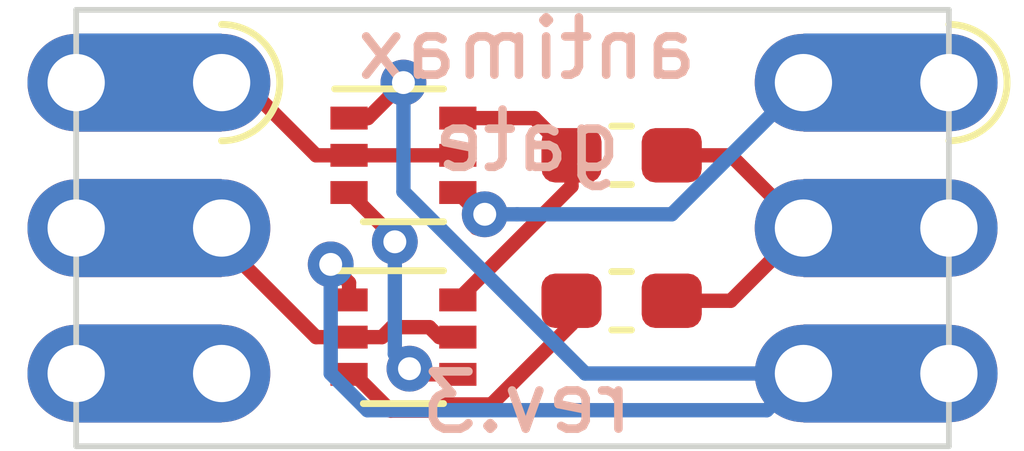
<source format=kicad_pcb>
(kicad_pcb (version 20171130) (host pcbnew 5.1.6)

  (general
    (thickness 1.6)
    (drawings 6)
    (tracks 57)
    (zones 0)
    (modules 6)
    (nets 10)
  )

  (page A4)
  (layers
    (0 F.Cu signal)
    (31 B.Cu signal)
    (32 B.Adhes user)
    (33 F.Adhes user)
    (34 B.Paste user)
    (35 F.Paste user)
    (36 B.SilkS user)
    (37 F.SilkS user)
    (38 B.Mask user)
    (39 F.Mask user)
    (40 Dwgs.User user)
    (41 Cmts.User user)
    (42 Eco1.User user)
    (43 Eco2.User user)
    (44 Edge.Cuts user)
    (45 Margin user)
    (46 B.CrtYd user)
    (47 F.CrtYd user)
    (48 B.Fab user)
    (49 F.Fab user hide)
  )

  (setup
    (last_trace_width 0.25)
    (user_trace_width 0.3)
    (trace_clearance 0.2)
    (zone_clearance 0.508)
    (zone_45_only no)
    (trace_min 0.2)
    (via_size 0.8)
    (via_drill 0.4)
    (via_min_size 0.4)
    (via_min_drill 0.3)
    (uvia_size 0.3)
    (uvia_drill 0.1)
    (uvias_allowed no)
    (uvia_min_size 0.2)
    (uvia_min_drill 0.1)
    (edge_width 0.05)
    (segment_width 0.2)
    (pcb_text_width 0.3)
    (pcb_text_size 1.5 1.5)
    (mod_edge_width 0.12)
    (mod_text_size 1 1)
    (mod_text_width 0.15)
    (pad_size 1.524 1.524)
    (pad_drill 0.762)
    (pad_to_mask_clearance 0.05)
    (aux_axis_origin 0 0)
    (visible_elements FFFFFF7F)
    (pcbplotparams
      (layerselection 0x010fc_ffffffff)
      (usegerberextensions false)
      (usegerberattributes true)
      (usegerberadvancedattributes true)
      (creategerberjobfile true)
      (excludeedgelayer true)
      (linewidth 0.100000)
      (plotframeref false)
      (viasonmask false)
      (mode 1)
      (useauxorigin false)
      (hpglpennumber 1)
      (hpglpenspeed 20)
      (hpglpendiameter 15.000000)
      (psnegative false)
      (psa4output false)
      (plotreference true)
      (plotvalue true)
      (plotinvisibletext false)
      (padsonsilk false)
      (subtractmaskfromsilk false)
      (outputformat 1)
      (mirror false)
      (drillshape 0)
      (scaleselection 1)
      (outputdirectory "../../../../pcbs/gates/anitmax/"))
  )

  (net 0 "")
  (net 1 Vss)
  (net 2 Out)
  (net 3 B)
  (net 4 Vdd)
  (net 5 A)
  (net 6 "Net-(Q1-Pad3)")
  (net 7 "Net-(J1-Pad3)")
  (net 8 "Net-(Q1-Pad6)")
  (net 9 "Net-(Q2-Pad3)")

  (net_class Default "This is the default net class."
    (clearance 0.2)
    (trace_width 0.25)
    (via_dia 0.8)
    (via_drill 0.4)
    (uvia_dia 0.3)
    (uvia_drill 0.1)
    (add_net A)
    (add_net B)
    (add_net "Net-(J1-Pad3)")
    (add_net "Net-(Q1-Pad3)")
    (add_net "Net-(Q1-Pad6)")
    (add_net "Net-(Q2-Pad3)")
    (add_net Out)
    (add_net Vdd)
    (add_net Vss)
  )

  (module Castellation:Hybrid_Castellation_1x03_P2.54 (layer F.Cu) (tedit 60A116C0) (tstamp 5FF69A86)
    (at 104.14 58.42)
    (descr "Edge Castellation, 1x03, 2.54mm pitch, single row")
    (tags "Castellation Edge 1x03 2.54mm single row")
    (path /5FE24834)
    (fp_text reference J1 (at 0 -2.54) (layer F.SilkS) hide
      (effects (font (size 1 1) (thickness 0.15)))
    )
    (fp_text value Conn_01x03 (at 0 7.85) (layer F.Fab)
      (effects (font (size 1 1) (thickness 0.15)))
    )
    (fp_line (start -2.54 6.35) (end 2.54 6.35) (layer F.Fab) (width 0.12))
    (fp_line (start -2.54 -1.27) (end 1.905 -1.27) (layer F.Fab) (width 0.12))
    (fp_line (start 1.905 -1.27) (end 2.54 -0.635) (layer F.Fab) (width 0.1))
    (fp_line (start -2.54 6.35) (end -2.54 -1.27) (layer F.Fab) (width 0.1))
    (fp_line (start 2.54 -0.635) (end 2.54 6.35) (layer F.Fab) (width 0.1))
    (fp_arc (start 1.27 0) (end 1.27 1.016) (angle -180) (layer F.SilkS) (width 0.12))
    (fp_text user %R (at 0 2.54 90) (layer F.Fab)
      (effects (font (size 1 1) (thickness 0.15)))
    )
    (pad 3 connect custom (at 0 5.08) (size 2.54 1.7145) (layers B.Cu B.Mask)
      (net 7 "Net-(J1-Pad3)") (zone_connect 0)
      (options (clearance outline) (anchor rect))
      (primitives
      ))
    (pad 2 connect custom (at 0 2.54) (size 2.54 1.7145) (layers B.Cu B.Mask)
      (net 3 B) (zone_connect 0)
      (options (clearance outline) (anchor rect))
      (primitives
      ))
    (pad 1 connect custom (at 0 0) (size 2.54 1.7145) (layers B.Cu B.Mask)
      (net 5 A) (zone_connect 0)
      (options (clearance outline) (anchor rect))
      (primitives
      ))
    (pad 3 connect custom (at 0 5.08) (size 2.54 1.7145) (layers F.Cu F.Mask)
      (net 7 "Net-(J1-Pad3)") (zone_connect 0)
      (options (clearance outline) (anchor rect))
      (primitives
      ))
    (pad 2 connect custom (at 0 2.54) (size 2.54 1.7145) (layers F.Cu F.Mask)
      (net 3 B) (zone_connect 0)
      (options (clearance outline) (anchor rect))
      (primitives
      ))
    (pad 1 connect custom (at 0 0) (size 2.54 1.7145) (layers F.Cu F.Mask)
      (net 5 A) (zone_connect 0)
      (options (clearance outline) (anchor rect))
      (primitives
      ))
    (pad 1 thru_hole oval (at 1.27 0) (size 1.7 1.7) (drill 1) (layers *.Cu *.Mask)
      (net 5 A))
    (pad 2 thru_hole oval (at 1.27 2.54) (size 1.7 1.7) (drill 1) (layers *.Cu *.Mask)
      (net 3 B))
    (pad 3 thru_hole oval (at 1.27 5.08) (size 1.7 1.7) (drill 1) (layers *.Cu *.Mask)
      (net 7 "Net-(J1-Pad3)"))
    (pad 3 thru_hole oval (at -1.27 5.08) (size 1.7 1.7) (drill 1) (layers *.Cu *.Mask)
      (net 7 "Net-(J1-Pad3)"))
    (pad 2 thru_hole oval (at -1.27 2.54) (size 1.7 1.7) (drill 1) (layers *.Cu *.Mask)
      (net 3 B))
    (pad 1 thru_hole oval (at -1.27 0) (size 1.7 1.7) (drill 1) (layers *.Cu *.Mask)
      (net 5 A))
  )

  (module Castellation:Hybrid_Castellation_1x03_P2.54 (layer F.Cu) (tedit 60A116C0) (tstamp 5FF69A94)
    (at 116.84 58.42)
    (descr "Edge Castellation, 1x03, 2.54mm pitch, single row")
    (tags "Castellation Edge 1x03 2.54mm single row")
    (path /5FE25C8C)
    (fp_text reference J2 (at 0 -2.54) (layer F.SilkS) hide
      (effects (font (size 1 1) (thickness 0.15)))
    )
    (fp_text value Conn_01x03 (at 0 7.85) (layer F.Fab)
      (effects (font (size 1 1) (thickness 0.15)))
    )
    (fp_line (start -2.54 6.35) (end 2.54 6.35) (layer F.Fab) (width 0.12))
    (fp_line (start -2.54 -1.27) (end 1.905 -1.27) (layer F.Fab) (width 0.12))
    (fp_line (start 1.905 -1.27) (end 2.54 -0.635) (layer F.Fab) (width 0.1))
    (fp_line (start -2.54 6.35) (end -2.54 -1.27) (layer F.Fab) (width 0.1))
    (fp_line (start 2.54 -0.635) (end 2.54 6.35) (layer F.Fab) (width 0.1))
    (fp_arc (start 1.27 0) (end 1.27 1.016) (angle -180) (layer F.SilkS) (width 0.12))
    (fp_text user %R (at 0 2.54 90) (layer F.Fab)
      (effects (font (size 1 1) (thickness 0.15)))
    )
    (pad 3 connect custom (at 0 5.08) (size 2.54 1.7145) (layers B.Cu B.Mask)
      (net 1 Vss) (zone_connect 0)
      (options (clearance outline) (anchor rect))
      (primitives
      ))
    (pad 2 connect custom (at 0 2.54) (size 2.54 1.7145) (layers B.Cu B.Mask)
      (net 2 Out) (zone_connect 0)
      (options (clearance outline) (anchor rect))
      (primitives
      ))
    (pad 1 connect custom (at 0 0) (size 2.54 1.7145) (layers B.Cu B.Mask)
      (net 4 Vdd) (zone_connect 0)
      (options (clearance outline) (anchor rect))
      (primitives
      ))
    (pad 3 connect custom (at 0 5.08) (size 2.54 1.7145) (layers F.Cu F.Mask)
      (net 1 Vss) (zone_connect 0)
      (options (clearance outline) (anchor rect))
      (primitives
      ))
    (pad 2 connect custom (at 0 2.54) (size 2.54 1.7145) (layers F.Cu F.Mask)
      (net 2 Out) (zone_connect 0)
      (options (clearance outline) (anchor rect))
      (primitives
      ))
    (pad 1 connect custom (at 0 0) (size 2.54 1.7145) (layers F.Cu F.Mask)
      (net 4 Vdd) (zone_connect 0)
      (options (clearance outline) (anchor rect))
      (primitives
      ))
    (pad 1 thru_hole oval (at 1.27 0) (size 1.7 1.7) (drill 1) (layers *.Cu *.Mask)
      (net 4 Vdd))
    (pad 2 thru_hole oval (at 1.27 2.54) (size 1.7 1.7) (drill 1) (layers *.Cu *.Mask)
      (net 2 Out))
    (pad 3 thru_hole oval (at 1.27 5.08) (size 1.7 1.7) (drill 1) (layers *.Cu *.Mask)
      (net 1 Vss))
    (pad 3 thru_hole oval (at -1.27 5.08) (size 1.7 1.7) (drill 1) (layers *.Cu *.Mask)
      (net 1 Vss))
    (pad 2 thru_hole oval (at -1.27 2.54) (size 1.7 1.7) (drill 1) (layers *.Cu *.Mask)
      (net 2 Out))
    (pad 1 thru_hole oval (at -1.27 0) (size 1.7 1.7) (drill 1) (layers *.Cu *.Mask)
      (net 4 Vdd))
  )

  (module Resistor_SMD:R_0603_1608Metric_Pad1.05x0.95mm_HandSolder (layer F.Cu) (tedit 5B301BBD) (tstamp 5FF69AE2)
    (at 112.395 59.69 180)
    (descr "Resistor SMD 0603 (1608 Metric), square (rectangular) end terminal, IPC_7351 nominal with elongated pad for handsoldering. (Body size source: http://www.tortai-tech.com/upload/download/2011102023233369053.pdf), generated with kicad-footprint-generator")
    (tags "resistor handsolder")
    (path /5FF7AE9E)
    (attr smd)
    (fp_text reference R2 (at 0 -1.43) (layer F.SilkS) hide
      (effects (font (size 1 1) (thickness 0.15)))
    )
    (fp_text value 12k (at 0 1.43) (layer F.Fab)
      (effects (font (size 1 1) (thickness 0.15)))
    )
    (fp_line (start 1.65 0.73) (end -1.65 0.73) (layer F.CrtYd) (width 0.05))
    (fp_line (start 1.65 -0.73) (end 1.65 0.73) (layer F.CrtYd) (width 0.05))
    (fp_line (start -1.65 -0.73) (end 1.65 -0.73) (layer F.CrtYd) (width 0.05))
    (fp_line (start -1.65 0.73) (end -1.65 -0.73) (layer F.CrtYd) (width 0.05))
    (fp_line (start -0.171267 0.51) (end 0.171267 0.51) (layer F.SilkS) (width 0.12))
    (fp_line (start -0.171267 -0.51) (end 0.171267 -0.51) (layer F.SilkS) (width 0.12))
    (fp_line (start 0.8 0.4) (end -0.8 0.4) (layer F.Fab) (width 0.1))
    (fp_line (start 0.8 -0.4) (end 0.8 0.4) (layer F.Fab) (width 0.1))
    (fp_line (start -0.8 -0.4) (end 0.8 -0.4) (layer F.Fab) (width 0.1))
    (fp_line (start -0.8 0.4) (end -0.8 -0.4) (layer F.Fab) (width 0.1))
    (fp_text user %R (at 0 0) (layer F.Fab)
      (effects (font (size 0.4 0.4) (thickness 0.06)))
    )
    (pad 1 smd roundrect (at -0.875 0 180) (size 1.05 0.95) (layers F.Cu F.Paste F.Mask) (roundrect_rratio 0.25)
      (net 2 Out))
    (pad 2 smd roundrect (at 0.875 0 180) (size 1.05 0.95) (layers F.Cu F.Paste F.Mask) (roundrect_rratio 0.25)
      (net 8 "Net-(Q1-Pad6)"))
    (model ${KISYS3DMOD}/Resistor_SMD.3dshapes/R_0603_1608Metric.wrl
      (at (xyz 0 0 0))
      (scale (xyz 1 1 1))
      (rotate (xyz 0 0 0))
    )
  )

  (module Resistor_SMD:R_0603_1608Metric_Pad1.05x0.95mm_HandSolder (layer F.Cu) (tedit 5B301BBD) (tstamp 5FF69AD1)
    (at 112.395 62.23)
    (descr "Resistor SMD 0603 (1608 Metric), square (rectangular) end terminal, IPC_7351 nominal with elongated pad for handsoldering. (Body size source: http://www.tortai-tech.com/upload/download/2011102023233369053.pdf), generated with kicad-footprint-generator")
    (tags "resistor handsolder")
    (path /5FF7A92C)
    (attr smd)
    (fp_text reference R1 (at 0 -1.43) (layer F.SilkS) hide
      (effects (font (size 1 1) (thickness 0.15)))
    )
    (fp_text value 12k (at 0 1.43) (layer F.Fab)
      (effects (font (size 1 1) (thickness 0.15)))
    )
    (fp_line (start 1.65 0.73) (end -1.65 0.73) (layer F.CrtYd) (width 0.05))
    (fp_line (start 1.65 -0.73) (end 1.65 0.73) (layer F.CrtYd) (width 0.05))
    (fp_line (start -1.65 -0.73) (end 1.65 -0.73) (layer F.CrtYd) (width 0.05))
    (fp_line (start -1.65 0.73) (end -1.65 -0.73) (layer F.CrtYd) (width 0.05))
    (fp_line (start -0.171267 0.51) (end 0.171267 0.51) (layer F.SilkS) (width 0.12))
    (fp_line (start -0.171267 -0.51) (end 0.171267 -0.51) (layer F.SilkS) (width 0.12))
    (fp_line (start 0.8 0.4) (end -0.8 0.4) (layer F.Fab) (width 0.1))
    (fp_line (start 0.8 -0.4) (end 0.8 0.4) (layer F.Fab) (width 0.1))
    (fp_line (start -0.8 -0.4) (end 0.8 -0.4) (layer F.Fab) (width 0.1))
    (fp_line (start -0.8 0.4) (end -0.8 -0.4) (layer F.Fab) (width 0.1))
    (fp_text user %R (at 0 0) (layer F.Fab)
      (effects (font (size 0.4 0.4) (thickness 0.06)))
    )
    (pad 1 smd roundrect (at -0.875 0) (size 1.05 0.95) (layers F.Cu F.Paste F.Mask) (roundrect_rratio 0.25)
      (net 9 "Net-(Q2-Pad3)"))
    (pad 2 smd roundrect (at 0.875 0) (size 1.05 0.95) (layers F.Cu F.Paste F.Mask) (roundrect_rratio 0.25)
      (net 2 Out))
    (model ${KISYS3DMOD}/Resistor_SMD.3dshapes/R_0603_1608Metric.wrl
      (at (xyz 0 0 0))
      (scale (xyz 1 1 1))
      (rotate (xyz 0 0 0))
    )
  )

  (module Package_TO_SOT_SMD:SOT-363_SC-70-6 (layer F.Cu) (tedit 5A02FF57) (tstamp 5FF69AC0)
    (at 108.585 62.865)
    (descr "SOT-363, SC-70-6")
    (tags "SOT-363 SC-70-6")
    (path /5FF702D6)
    (attr smd)
    (fp_text reference Q2 (at 0 -2) (layer F.SilkS) hide
      (effects (font (size 1 1) (thickness 0.15)))
    )
    (fp_text value BSS8402DW (at 0 2 180) (layer F.Fab)
      (effects (font (size 1 1) (thickness 0.15)))
    )
    (fp_line (start -0.175 -1.1) (end -0.675 -0.6) (layer F.Fab) (width 0.1))
    (fp_line (start 0.675 1.1) (end -0.675 1.1) (layer F.Fab) (width 0.1))
    (fp_line (start 0.675 -1.1) (end 0.675 1.1) (layer F.Fab) (width 0.1))
    (fp_line (start -1.6 1.4) (end 1.6 1.4) (layer F.CrtYd) (width 0.05))
    (fp_line (start -0.675 -0.6) (end -0.675 1.1) (layer F.Fab) (width 0.1))
    (fp_line (start 0.675 -1.1) (end -0.175 -1.1) (layer F.Fab) (width 0.1))
    (fp_line (start -1.6 -1.4) (end 1.6 -1.4) (layer F.CrtYd) (width 0.05))
    (fp_line (start -1.6 -1.4) (end -1.6 1.4) (layer F.CrtYd) (width 0.05))
    (fp_line (start 1.6 1.4) (end 1.6 -1.4) (layer F.CrtYd) (width 0.05))
    (fp_line (start -0.7 1.16) (end 0.7 1.16) (layer F.SilkS) (width 0.12))
    (fp_line (start 0.7 -1.16) (end -1.2 -1.16) (layer F.SilkS) (width 0.12))
    (fp_text user %R (at 0 0 90) (layer F.Fab)
      (effects (font (size 0.5 0.5) (thickness 0.075)))
    )
    (pad 1 smd rect (at -0.95 -0.65) (size 0.65 0.4) (layers F.Cu F.Paste F.Mask)
      (net 1 Vss))
    (pad 3 smd rect (at -0.95 0.65) (size 0.65 0.4) (layers F.Cu F.Paste F.Mask)
      (net 9 "Net-(Q2-Pad3)"))
    (pad 5 smd rect (at 0.95 0) (size 0.65 0.4) (layers F.Cu F.Paste F.Mask)
      (net 3 B))
    (pad 2 smd rect (at -0.95 0) (size 0.65 0.4) (layers F.Cu F.Paste F.Mask)
      (net 3 B))
    (pad 4 smd rect (at 0.95 0.65) (size 0.65 0.4) (layers F.Cu F.Paste F.Mask)
      (net 6 "Net-(Q1-Pad3)"))
    (pad 6 smd rect (at 0.95 -0.65) (size 0.65 0.4) (layers F.Cu F.Paste F.Mask)
      (net 8 "Net-(Q1-Pad6)"))
    (model ${KISYS3DMOD}/Package_TO_SOT_SMD.3dshapes/SOT-363_SC-70-6.wrl
      (at (xyz 0 0 0))
      (scale (xyz 1 1 1))
      (rotate (xyz 0 0 0))
    )
  )

  (module Package_TO_SOT_SMD:SOT-363_SC-70-6 (layer F.Cu) (tedit 5A02FF57) (tstamp 5FF69AAA)
    (at 108.585 59.69)
    (descr "SOT-363, SC-70-6")
    (tags "SOT-363 SC-70-6")
    (path /5FF69E80)
    (attr smd)
    (fp_text reference Q1 (at 0 -2) (layer F.SilkS) hide
      (effects (font (size 1 1) (thickness 0.15)))
    )
    (fp_text value BSS8402DW (at 0 2 180) (layer F.Fab)
      (effects (font (size 1 1) (thickness 0.15)))
    )
    (fp_line (start -0.175 -1.1) (end -0.675 -0.6) (layer F.Fab) (width 0.1))
    (fp_line (start 0.675 1.1) (end -0.675 1.1) (layer F.Fab) (width 0.1))
    (fp_line (start 0.675 -1.1) (end 0.675 1.1) (layer F.Fab) (width 0.1))
    (fp_line (start -1.6 1.4) (end 1.6 1.4) (layer F.CrtYd) (width 0.05))
    (fp_line (start -0.675 -0.6) (end -0.675 1.1) (layer F.Fab) (width 0.1))
    (fp_line (start 0.675 -1.1) (end -0.175 -1.1) (layer F.Fab) (width 0.1))
    (fp_line (start -1.6 -1.4) (end 1.6 -1.4) (layer F.CrtYd) (width 0.05))
    (fp_line (start -1.6 -1.4) (end -1.6 1.4) (layer F.CrtYd) (width 0.05))
    (fp_line (start 1.6 1.4) (end 1.6 -1.4) (layer F.CrtYd) (width 0.05))
    (fp_line (start -0.7 1.16) (end 0.7 1.16) (layer F.SilkS) (width 0.12))
    (fp_line (start 0.7 -1.16) (end -1.2 -1.16) (layer F.SilkS) (width 0.12))
    (fp_text user %R (at 0 0 90) (layer F.Fab)
      (effects (font (size 0.5 0.5) (thickness 0.075)))
    )
    (pad 1 smd rect (at -0.95 -0.65) (size 0.65 0.4) (layers F.Cu F.Paste F.Mask)
      (net 1 Vss))
    (pad 3 smd rect (at -0.95 0.65) (size 0.65 0.4) (layers F.Cu F.Paste F.Mask)
      (net 6 "Net-(Q1-Pad3)"))
    (pad 5 smd rect (at 0.95 0) (size 0.65 0.4) (layers F.Cu F.Paste F.Mask)
      (net 5 A))
    (pad 2 smd rect (at -0.95 0) (size 0.65 0.4) (layers F.Cu F.Paste F.Mask)
      (net 5 A))
    (pad 4 smd rect (at 0.95 0.65) (size 0.65 0.4) (layers F.Cu F.Paste F.Mask)
      (net 4 Vdd))
    (pad 6 smd rect (at 0.95 -0.65) (size 0.65 0.4) (layers F.Cu F.Paste F.Mask)
      (net 8 "Net-(Q1-Pad6)"))
    (model ${KISYS3DMOD}/Package_TO_SOT_SMD.3dshapes/SOT-363_SC-70-6.wrl
      (at (xyz 0 0 0))
      (scale (xyz 1 1 1))
      (rotate (xyz 0 0 0))
    )
  )

  (gr_line (start 118.11 57.15) (end 118.11 64.77) (layer Edge.Cuts) (width 0.1))
  (gr_line (start 102.87 57.15) (end 118.11 57.15) (layer Edge.Cuts) (width 0.1))
  (gr_line (start 102.87 64.77) (end 102.87 57.15) (layer Edge.Cuts) (width 0.1))
  (gr_line (start 118.11 64.77) (end 102.87 64.77) (layer Edge.Cuts) (width 0.1))
  (gr_text rev.3 (at 110.744 64.008) (layer B.SilkS)
    (effects (font (size 1 1) (thickness 0.15)) (justify mirror))
  )
  (gr_text "antimax\ngate\n\n" (at 110.744 59.436) (layer B.SilkS)
    (effects (font (size 1 1) (thickness 0.15)) (justify mirror))
  )

  (segment (start 107.635 59.04) (end 107.965 59.04) (width 0.25) (layer F.Cu) (net 1))
  (segment (start 107.965 59.04) (end 108.585 58.42) (width 0.25) (layer F.Cu) (net 1))
  (segment (start 107.635 62.215) (end 107.635 61.915) (width 0.25) (layer F.Cu) (net 1))
  (segment (start 107.635 61.915) (end 107.315 61.595) (width 0.25) (layer F.Cu) (net 1))
  (segment (start 108.585 58.42) (end 108.585 58.42) (width 0.25) (layer F.Cu) (net 1) (tstamp 5FF6B049))
  (via (at 108.585 58.42) (size 0.8) (drill 0.4) (layers F.Cu B.Cu) (net 1))
  (segment (start 107.315 61.595) (end 107.315 61.595) (width 0.25) (layer F.Cu) (net 1) (tstamp 5FF6B04B))
  (via (at 107.315 61.595) (size 0.8) (drill 0.4) (layers F.Cu B.Cu) (net 1))
  (segment (start 108.585 58.42) (end 108.585 60.325) (width 0.25) (layer B.Cu) (net 1))
  (segment (start 111.76 63.5) (end 115.19499 63.5) (width 0.25) (layer B.Cu) (net 1))
  (segment (start 108.585 60.325) (end 111.76 63.5) (width 0.25) (layer B.Cu) (net 1))
  (segment (start 107.315 61.595) (end 107.315 63.5) (width 0.25) (layer B.Cu) (net 1))
  (segment (start 107.315 63.5) (end 107.956044 64.141044) (width 0.25) (layer B.Cu) (net 1))
  (segment (start 114.928956 64.141044) (end 115.19499 63.87501) (width 0.25) (layer B.Cu) (net 1))
  (segment (start 107.956044 64.141044) (end 114.928956 64.141044) (width 0.25) (layer B.Cu) (net 1))
  (segment (start 114.3 62.23) (end 115.19499 61.33501) (width 0.25) (layer F.Cu) (net 2))
  (segment (start 113.27 62.23) (end 114.3 62.23) (width 0.25) (layer F.Cu) (net 2))
  (segment (start 114.3 59.69) (end 115.19499 60.58499) (width 0.25) (layer F.Cu) (net 2))
  (segment (start 113.27 59.69) (end 114.3 59.69) (width 0.25) (layer F.Cu) (net 2))
  (segment (start 107.06 62.865) (end 105.78501 61.59001) (width 0.25) (layer F.Cu) (net 3))
  (segment (start 107.635 62.865) (end 107.06 62.865) (width 0.25) (layer F.Cu) (net 3))
  (segment (start 109.038413 62.691033) (end 108.383967 62.691033) (width 0.25) (layer F.Cu) (net 3))
  (segment (start 109.535 62.865) (end 109.21238 62.865) (width 0.25) (layer F.Cu) (net 3))
  (segment (start 108.21 62.865) (end 107.635 62.865) (width 0.25) (layer F.Cu) (net 3))
  (segment (start 108.383967 62.691033) (end 108.21 62.865) (width 0.25) (layer F.Cu) (net 3))
  (segment (start 109.21238 62.865) (end 109.038413 62.691033) (width 0.25) (layer F.Cu) (net 3))
  (segment (start 109.855 60.96) (end 109.855 60.96) (width 0.25) (layer F.Cu) (net 4) (tstamp 5FF6B02B))
  (via (at 110.005 60.71968) (size 0.8) (drill 0.4) (layers F.Cu B.Cu) (net 4))
  (segment (start 109.535 60.34) (end 109.91468 60.71968) (width 0.25) (layer F.Cu) (net 4))
  (segment (start 115.19499 58.79501) (end 113.27032 60.71968) (width 0.25) (layer B.Cu) (net 4))
  (segment (start 113.27032 60.71968) (end 110.570685 60.71968) (width 0.25) (layer B.Cu) (net 4))
  (segment (start 110.570685 60.71968) (end 110.005 60.71968) (width 0.25) (layer B.Cu) (net 4))
  (segment (start 109.91468 60.71968) (end 110.005 60.71968) (width 0.25) (layer F.Cu) (net 4))
  (segment (start 109.535 59.69) (end 107.635 59.69) (width 0.25) (layer F.Cu) (net 5))
  (segment (start 107.635 59.69) (end 107.06 59.69) (width 0.25) (layer F.Cu) (net 5))
  (segment (start 105.79 58.42) (end 105.78501 58.42) (width 0.25) (layer F.Cu) (net 5))
  (segment (start 107.06 59.69) (end 105.79 58.42) (width 0.25) (layer F.Cu) (net 5))
  (segment (start 108.585 60.96) (end 108.585 60.96) (width 0.25) (layer F.Cu) (net 6) (tstamp 5FF6AFD5))
  (via (at 108.434845 61.200165) (size 0.8) (drill 0.4) (layers F.Cu B.Cu) (net 6))
  (segment (start 108.434845 61.139845) (end 108.434845 61.200165) (width 0.25) (layer F.Cu) (net 6))
  (segment (start 107.635 60.34) (end 108.434845 61.139845) (width 0.25) (layer F.Cu) (net 6))
  (segment (start 108.434845 63.160467) (end 108.690412 63.416034) (width 0.25) (layer B.Cu) (net 6))
  (segment (start 108.434845 61.200165) (end 108.434845 63.160467) (width 0.25) (layer B.Cu) (net 6))
  (segment (start 109.535 63.515) (end 108.789378 63.515) (width 0.25) (layer F.Cu) (net 6))
  (segment (start 108.789378 63.515) (end 108.690412 63.416034) (width 0.25) (layer F.Cu) (net 6))
  (via (at 108.690412 63.416034) (size 0.8) (drill 0.4) (layers F.Cu B.Cu) (net 6))
  (segment (start 110.87 59.04) (end 111.52 59.69) (width 0.25) (layer F.Cu) (net 8))
  (segment (start 109.535 59.04) (end 110.87 59.04) (width 0.25) (layer F.Cu) (net 8))
  (segment (start 111.52 60.23) (end 109.535 62.215) (width 0.25) (layer F.Cu) (net 8))
  (segment (start 111.52 59.69) (end 111.52 60.23) (width 0.25) (layer F.Cu) (net 8))
  (segment (start 111.52 62.640002) (end 111.52 62.23) (width 0.25) (layer F.Cu) (net 9))
  (segment (start 110.120001 64.040001) (end 111.52 62.640002) (width 0.25) (layer F.Cu) (net 9))
  (segment (start 107.635 63.515) (end 107.727218 63.515) (width 0.25) (layer F.Cu) (net 9))
  (segment (start 109.057007 64.148787) (end 109.165793 64.040001) (width 0.25) (layer F.Cu) (net 9))
  (segment (start 107.727218 63.515) (end 108.361005 64.148787) (width 0.25) (layer F.Cu) (net 9))
  (segment (start 108.361005 64.148787) (end 109.057007 64.148787) (width 0.25) (layer F.Cu) (net 9))
  (segment (start 109.165793 64.040001) (end 110.120001 64.040001) (width 0.25) (layer F.Cu) (net 9))

)

</source>
